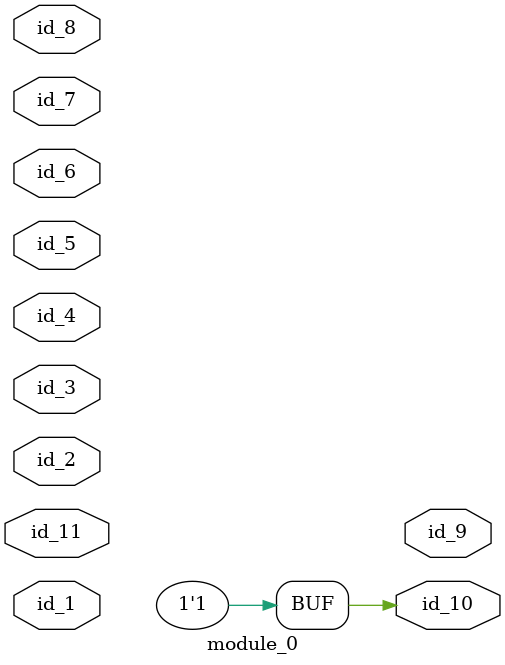
<source format=v>
module module_0 (
    id_1,
    id_2,
    id_3,
    id_4,
    id_5,
    id_6,
    id_7,
    id_8,
    id_9,
    id_10,
    id_11
);
  inout id_11;
  output id_10;
  output id_9;
  inout id_8;
  input id_7;
  inout id_6;
  input id_5;
  inout id_4;
  input id_3;
  inout id_2;
  inout id_1;
  initial begin
    id_10 <= id_7 ? id_5 : 1;
    id_10 <= 1;
  end
endmodule

</source>
